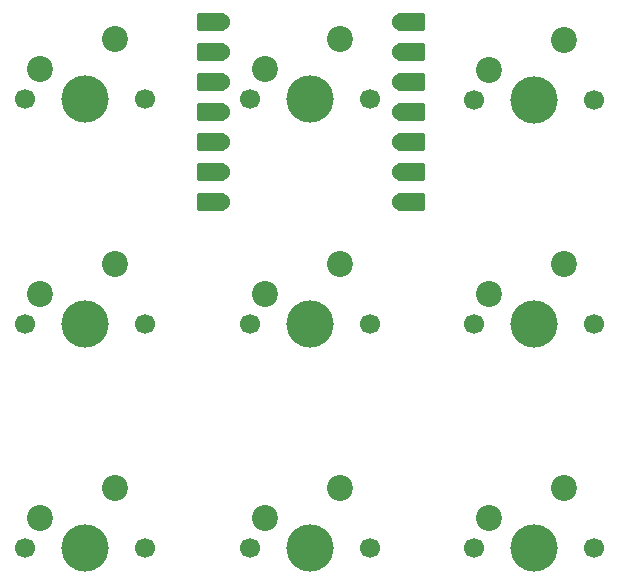
<source format=gbr>
%TF.GenerationSoftware,KiCad,Pcbnew,8.0.5*%
%TF.CreationDate,2024-10-21T01:12:14-05:00*%
%TF.ProjectId,macropad,6d616372-6f70-4616-942e-6b696361645f,rev?*%
%TF.SameCoordinates,Original*%
%TF.FileFunction,Soldermask,Bot*%
%TF.FilePolarity,Negative*%
%FSLAX46Y46*%
G04 Gerber Fmt 4.6, Leading zero omitted, Abs format (unit mm)*
G04 Created by KiCad (PCBNEW 8.0.5) date 2024-10-21 01:12:14*
%MOMM*%
%LPD*%
G01*
G04 APERTURE LIST*
G04 Aperture macros list*
%AMRoundRect*
0 Rectangle with rounded corners*
0 $1 Rounding radius*
0 $2 $3 $4 $5 $6 $7 $8 $9 X,Y pos of 4 corners*
0 Add a 4 corners polygon primitive as box body*
4,1,4,$2,$3,$4,$5,$6,$7,$8,$9,$2,$3,0*
0 Add four circle primitives for the rounded corners*
1,1,$1+$1,$2,$3*
1,1,$1+$1,$4,$5*
1,1,$1+$1,$6,$7*
1,1,$1+$1,$8,$9*
0 Add four rect primitives between the rounded corners*
20,1,$1+$1,$2,$3,$4,$5,0*
20,1,$1+$1,$4,$5,$6,$7,0*
20,1,$1+$1,$6,$7,$8,$9,0*
20,1,$1+$1,$8,$9,$2,$3,0*%
G04 Aperture macros list end*
%ADD10C,1.700000*%
%ADD11C,4.000000*%
%ADD12C,2.200000*%
%ADD13RoundRect,0.152400X-1.063600X-0.609600X1.063600X-0.609600X1.063600X0.609600X-1.063600X0.609600X0*%
%ADD14C,1.524000*%
%ADD15RoundRect,0.152400X1.063600X0.609600X-1.063600X0.609600X-1.063600X-0.609600X1.063600X-0.609600X0*%
G04 APERTURE END LIST*
D10*
%TO.C,SW8*%
X130920000Y-97500000D03*
D11*
X136000000Y-97500000D03*
D10*
X141080000Y-97500000D03*
D12*
X138540000Y-92420000D03*
X132190000Y-94960000D03*
%TD*%
D10*
%TO.C,SW3*%
X149920000Y-59540000D03*
D11*
X155000000Y-59540000D03*
D10*
X160080000Y-59540000D03*
D12*
X157540000Y-54460000D03*
X151190000Y-57000000D03*
%TD*%
D10*
%TO.C,SW4*%
X111880000Y-78500000D03*
D11*
X116960000Y-78500000D03*
D10*
X122040000Y-78500000D03*
D12*
X119500000Y-73420000D03*
X113150000Y-75960000D03*
%TD*%
D10*
%TO.C,SW2*%
X130920000Y-59500000D03*
D11*
X136000000Y-59500000D03*
D10*
X141080000Y-59500000D03*
D12*
X138540000Y-54420000D03*
X132190000Y-56960000D03*
%TD*%
D10*
%TO.C,SW1*%
X111920000Y-59500000D03*
D11*
X117000000Y-59500000D03*
D10*
X122080000Y-59500000D03*
D12*
X119540000Y-54420000D03*
X113190000Y-56960000D03*
%TD*%
D10*
%TO.C,SW5*%
X130920000Y-78500000D03*
D11*
X136000000Y-78500000D03*
D10*
X141080000Y-78500000D03*
D12*
X138540000Y-73420000D03*
X132190000Y-75960000D03*
%TD*%
D10*
%TO.C,SW7*%
X111920000Y-97540000D03*
D11*
X117000000Y-97540000D03*
D10*
X122080000Y-97540000D03*
D12*
X119540000Y-92460000D03*
X113190000Y-95000000D03*
%TD*%
D10*
%TO.C,SW9*%
X149920000Y-97500000D03*
D11*
X155000000Y-97500000D03*
D10*
X160080000Y-97500000D03*
D12*
X157540000Y-92420000D03*
X151190000Y-94960000D03*
%TD*%
D10*
%TO.C,SW6*%
X149920000Y-78500000D03*
D11*
X155000000Y-78500000D03*
D10*
X160080000Y-78500000D03*
D12*
X157540000Y-73420000D03*
X151190000Y-75960000D03*
%TD*%
D13*
%TO.C,U1*%
X144575000Y-53000000D03*
D14*
X143740000Y-53000000D03*
D13*
X144575000Y-55540000D03*
D14*
X143740000Y-55540000D03*
D13*
X144575000Y-58080000D03*
D14*
X143740000Y-58080000D03*
D13*
X144575000Y-60620000D03*
D14*
X143740000Y-60620000D03*
D13*
X144575000Y-63160000D03*
D14*
X143740000Y-63160000D03*
D13*
X144575000Y-65700000D03*
D14*
X143740000Y-65700000D03*
D13*
X144575000Y-68240000D03*
D14*
X143740000Y-68240000D03*
X128500000Y-68240000D03*
D15*
X127665000Y-68240000D03*
D14*
X128500000Y-65700000D03*
D15*
X127665000Y-65700000D03*
D14*
X128500000Y-63160000D03*
D15*
X127665000Y-63160000D03*
D14*
X128500000Y-60620000D03*
D15*
X127665000Y-60620000D03*
D14*
X128500000Y-58080000D03*
D15*
X127665000Y-58080000D03*
D14*
X128500000Y-55540000D03*
D15*
X127665000Y-55540000D03*
D14*
X128500000Y-53000000D03*
D15*
X127665000Y-53000000D03*
%TD*%
M02*

</source>
